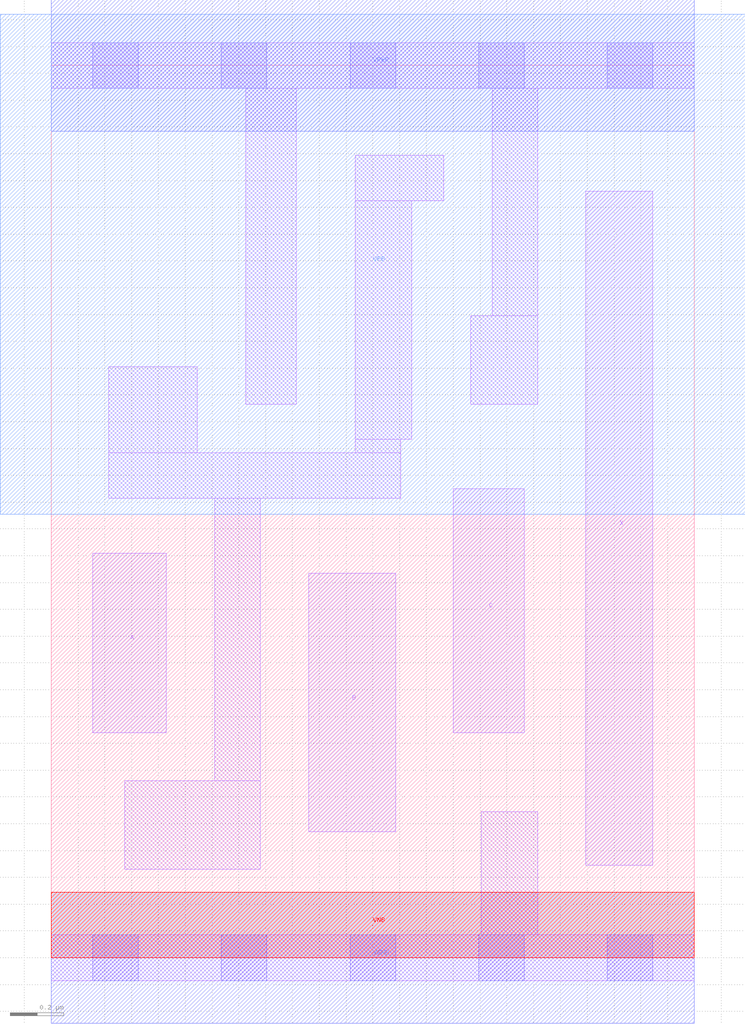
<source format=lef>
# Copyright 2020 The SkyWater PDK Authors
#
# Licensed under the Apache License, Version 2.0 (the "License");
# you may not use this file except in compliance with the License.
# You may obtain a copy of the License at
#
#     https://www.apache.org/licenses/LICENSE-2.0
#
# Unless required by applicable law or agreed to in writing, software
# distributed under the License is distributed on an "AS IS" BASIS,
# WITHOUT WARRANTIES OR CONDITIONS OF ANY KIND, either express or implied.
# See the License for the specific language governing permissions and
# limitations under the License.
#
# SPDX-License-Identifier: Apache-2.0

VERSION 5.7 ;
  NOWIREEXTENSIONATPIN ON ;
  DIVIDERCHAR "/" ;
  BUSBITCHARS "[]" ;
MACRO sky130_fd_sc_lp__and3_m
  CLASS CORE ;
  FOREIGN sky130_fd_sc_lp__and3_m ;
  ORIGIN  0.000000  0.000000 ;
  SIZE  2.400000 BY  3.330000 ;
  SYMMETRY X Y R90 ;
  SITE unit ;
  PIN A
    ANTENNAGATEAREA  0.126000 ;
    DIRECTION INPUT ;
    USE SIGNAL ;
    PORT
      LAYER li1 ;
        RECT 0.155000 0.840000 0.430000 1.510000 ;
    END
  END A
  PIN B
    ANTENNAGATEAREA  0.126000 ;
    DIRECTION INPUT ;
    USE SIGNAL ;
    PORT
      LAYER li1 ;
        RECT 0.960000 0.470000 1.285000 1.435000 ;
    END
  END B
  PIN C
    ANTENNAGATEAREA  0.126000 ;
    DIRECTION INPUT ;
    USE SIGNAL ;
    PORT
      LAYER li1 ;
        RECT 1.500000 0.840000 1.765000 1.750000 ;
    END
  END C
  PIN X
    ANTENNADIFFAREA  0.222600 ;
    DIRECTION OUTPUT ;
    USE SIGNAL ;
    PORT
      LAYER li1 ;
        RECT 1.995000 0.345000 2.245000 2.860000 ;
    END
  END X
  PIN VGND
    DIRECTION INOUT ;
    USE GROUND ;
    PORT
      LAYER met1 ;
        RECT 0.000000 -0.245000 2.400000 0.245000 ;
    END
  END VGND
  PIN VNB
    DIRECTION INOUT ;
    USE GROUND ;
    PORT
      LAYER pwell ;
        RECT 0.000000 0.000000 2.400000 0.245000 ;
    END
  END VNB
  PIN VPB
    DIRECTION INOUT ;
    USE POWER ;
    PORT
      LAYER nwell ;
        RECT -0.190000 1.655000 2.590000 3.520000 ;
    END
  END VPB
  PIN VPWR
    DIRECTION INOUT ;
    USE POWER ;
    PORT
      LAYER met1 ;
        RECT 0.000000 3.085000 2.400000 3.575000 ;
    END
  END VPWR
  OBS
    LAYER li1 ;
      RECT 0.000000 -0.085000 2.400000 0.085000 ;
      RECT 0.000000  3.245000 2.400000 3.415000 ;
      RECT 0.215000  1.715000 1.305000 1.885000 ;
      RECT 0.215000  1.885000 0.545000 2.205000 ;
      RECT 0.275000  0.330000 0.780000 0.660000 ;
      RECT 0.610000  0.660000 0.780000 1.715000 ;
      RECT 0.725000  2.065000 0.915000 3.245000 ;
      RECT 1.135000  1.885000 1.305000 1.935000 ;
      RECT 1.135000  1.935000 1.345000 2.825000 ;
      RECT 1.135000  2.825000 1.465000 2.995000 ;
      RECT 1.565000  2.065000 1.815000 2.395000 ;
      RECT 1.605000  0.085000 1.815000 0.545000 ;
      RECT 1.645000  2.395000 1.815000 3.245000 ;
    LAYER mcon ;
      RECT 0.155000 -0.085000 0.325000 0.085000 ;
      RECT 0.155000  3.245000 0.325000 3.415000 ;
      RECT 0.635000 -0.085000 0.805000 0.085000 ;
      RECT 0.635000  3.245000 0.805000 3.415000 ;
      RECT 1.115000 -0.085000 1.285000 0.085000 ;
      RECT 1.115000  3.245000 1.285000 3.415000 ;
      RECT 1.595000 -0.085000 1.765000 0.085000 ;
      RECT 1.595000  3.245000 1.765000 3.415000 ;
      RECT 2.075000 -0.085000 2.245000 0.085000 ;
      RECT 2.075000  3.245000 2.245000 3.415000 ;
  END
END sky130_fd_sc_lp__and3_m
END LIBRARY

</source>
